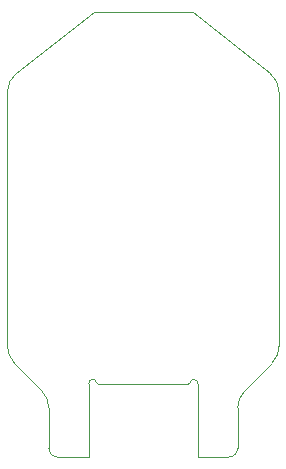
<source format=gbr>
G04 #@! TF.GenerationSoftware,KiCad,Pcbnew,8.0.5*
G04 #@! TF.CreationDate,2024-11-16T16:19:56+03:00*
G04 #@! TF.ProjectId,USB_duck_v2,5553425f-6475-4636-9b5f-76322e6b6963,rev?*
G04 #@! TF.SameCoordinates,Original*
G04 #@! TF.FileFunction,Profile,NP*
%FSLAX46Y46*%
G04 Gerber Fmt 4.6, Leading zero omitted, Abs format (unit mm)*
G04 Created by KiCad (PCBNEW 8.0.5) date 2024-11-16 16:19:56*
%MOMM*%
%LPD*%
G01*
G04 APERTURE LIST*
G04 #@! TA.AperFunction,Profile*
%ADD10C,0.100000*%
G04 #@! TD*
G04 #@! TA.AperFunction,Profile*
%ADD11C,0.010000*%
G04 #@! TD*
G04 APERTURE END LIST*
D10*
X-7180006Y-36399750D02*
X-6520000Y-36400000D01*
X10744151Y-3899463D02*
X4200000Y1300000D01*
X11500000Y-26988025D02*
X11500000Y-5465377D01*
X-10744151Y-3899463D02*
X-4200000Y1300000D01*
X8000000Y-35600000D02*
G75*
G02*
X7180006Y-36399750I-800000J0D01*
G01*
X-7180006Y-36399750D02*
G75*
G02*
X-8000000Y-35600000I-19995J799749D01*
G01*
X10744151Y-3899463D02*
G75*
G02*
X11500018Y-5465377I-1244151J-1565937D01*
G01*
X-8000000Y-35600000D02*
X-8000000Y-32211975D01*
X-11500000Y-5465377D02*
X-11500000Y-26988025D01*
X-8566010Y-30817818D02*
X-10933990Y-28382182D01*
X-11500000Y-5465377D02*
G75*
G02*
X-10744151Y-3899463I2000007J-4D01*
G01*
X8000000Y-32211975D02*
G75*
G02*
X8566013Y-30817821I2000000J-5D01*
G01*
X-8566010Y-30817818D02*
G75*
G02*
X-8000000Y-32211975I-1433986J-1394155D01*
G01*
X8000000Y-35600000D02*
X8000000Y-32211975D01*
X8566010Y-30817818D02*
X10933990Y-28382182D01*
X4200000Y1300000D02*
X-4200000Y1300000D01*
X11500000Y-26988025D02*
G75*
G02*
X10933987Y-28382179I-2000000J5D01*
G01*
X-10933990Y-28382182D02*
G75*
G02*
X-11500000Y-26988025I1433986J1394155D01*
G01*
X6360000Y-36400000D02*
X7180006Y-36399750D01*
D11*
X-6520000Y-36400000D02*
X-4620000Y-36400000D01*
X-4620000Y-36400000D02*
X-4620000Y-30200000D01*
X-3820000Y-30200000D02*
X3820000Y-30200000D01*
X4620000Y-30200000D02*
X4620000Y-36400000D01*
X4620000Y-36400000D02*
X6360000Y-36400000D01*
X-4620000Y-30200000D02*
G75*
G02*
X-4295000Y-29800000I362499J37501D01*
G01*
X-4295000Y-29800000D02*
G75*
G02*
X-3970000Y-30080000I22501J-302499D01*
G01*
X-3820000Y-30200000D02*
G75*
G02*
X-3970000Y-30080000I-15000J135000D01*
G01*
X3970000Y-30080000D02*
G75*
G02*
X3820000Y-30200000I-135000J15000D01*
G01*
X3970000Y-30080000D02*
G75*
G02*
X4295000Y-29800000I302500J-22500D01*
G01*
X4295000Y-29800000D02*
G75*
G02*
X4620000Y-30200000I-37500J-362500D01*
G01*
M02*

</source>
